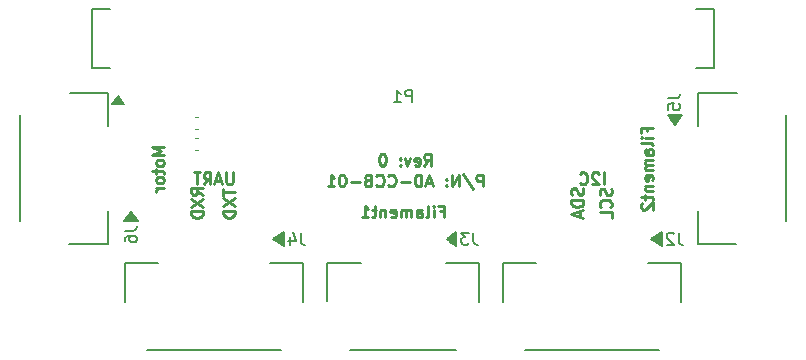
<source format=gbr>
G04 #@! TF.GenerationSoftware,KiCad,Pcbnew,(5.0.2)-1*
G04 #@! TF.CreationDate,2019-07-28T23:35:27-04:00*
G04 #@! TF.ProjectId,AD3D Cloud Connect Board,41443344-2043-46c6-9f75-6420436f6e6e,rev?*
G04 #@! TF.SameCoordinates,Original*
G04 #@! TF.FileFunction,Legend,Bot*
G04 #@! TF.FilePolarity,Positive*
%FSLAX46Y46*%
G04 Gerber Fmt 4.6, Leading zero omitted, Abs format (unit mm)*
G04 Created by KiCad (PCBNEW (5.0.2)-1) date 7/28/2019 11:35:27 PM*
%MOMM*%
%LPD*%
G01*
G04 APERTURE LIST*
%ADD10C,0.250000*%
%ADD11C,0.150000*%
%ADD12C,0.050000*%
%ADD13C,0.200000*%
%ADD14C,0.120000*%
G04 APERTURE END LIST*
D10*
X247704761Y-132685714D02*
X247752380Y-132828571D01*
X247752380Y-133066666D01*
X247704761Y-133161904D01*
X247657142Y-133209523D01*
X247561904Y-133257142D01*
X247466666Y-133257142D01*
X247371428Y-133209523D01*
X247323809Y-133161904D01*
X247276190Y-133066666D01*
X247228571Y-132876190D01*
X247180952Y-132780952D01*
X247133333Y-132733333D01*
X247038095Y-132685714D01*
X246942857Y-132685714D01*
X246847619Y-132733333D01*
X246800000Y-132780952D01*
X246752380Y-132876190D01*
X246752380Y-133114285D01*
X246800000Y-133257142D01*
X247752380Y-133685714D02*
X246752380Y-133685714D01*
X246752380Y-133923809D01*
X246800000Y-134066666D01*
X246895238Y-134161904D01*
X246990476Y-134209523D01*
X247180952Y-134257142D01*
X247323809Y-134257142D01*
X247514285Y-134209523D01*
X247609523Y-134161904D01*
X247704761Y-134066666D01*
X247752380Y-133923809D01*
X247752380Y-133685714D01*
X247466666Y-134638095D02*
X247466666Y-135114285D01*
X247752380Y-134542857D02*
X246752380Y-134876190D01*
X247752380Y-135209523D01*
X250104761Y-132709523D02*
X250152380Y-132852380D01*
X250152380Y-133090476D01*
X250104761Y-133185714D01*
X250057142Y-133233333D01*
X249961904Y-133280952D01*
X249866666Y-133280952D01*
X249771428Y-133233333D01*
X249723809Y-133185714D01*
X249676190Y-133090476D01*
X249628571Y-132900000D01*
X249580952Y-132804761D01*
X249533333Y-132757142D01*
X249438095Y-132709523D01*
X249342857Y-132709523D01*
X249247619Y-132757142D01*
X249200000Y-132804761D01*
X249152380Y-132900000D01*
X249152380Y-133138095D01*
X249200000Y-133280952D01*
X250057142Y-134280952D02*
X250104761Y-134233333D01*
X250152380Y-134090476D01*
X250152380Y-133995238D01*
X250104761Y-133852380D01*
X250009523Y-133757142D01*
X249914285Y-133709523D01*
X249723809Y-133661904D01*
X249580952Y-133661904D01*
X249390476Y-133709523D01*
X249295238Y-133757142D01*
X249200000Y-133852380D01*
X249152380Y-133995238D01*
X249152380Y-134090476D01*
X249200000Y-134233333D01*
X249247619Y-134280952D01*
X250152380Y-135185714D02*
X250152380Y-134709523D01*
X249152380Y-134709523D01*
X249476190Y-132352380D02*
X249476190Y-131352380D01*
X249047619Y-131447619D02*
X249000000Y-131400000D01*
X248904761Y-131352380D01*
X248666666Y-131352380D01*
X248571428Y-131400000D01*
X248523809Y-131447619D01*
X248476190Y-131542857D01*
X248476190Y-131638095D01*
X248523809Y-131780952D01*
X249095238Y-132352380D01*
X248476190Y-132352380D01*
X247476190Y-132257142D02*
X247523809Y-132304761D01*
X247666666Y-132352380D01*
X247761904Y-132352380D01*
X247904761Y-132304761D01*
X248000000Y-132209523D01*
X248047619Y-132114285D01*
X248095238Y-131923809D01*
X248095238Y-131780952D01*
X248047619Y-131590476D01*
X248000000Y-131495238D01*
X247904761Y-131400000D01*
X247761904Y-131352380D01*
X247666666Y-131352380D01*
X247523809Y-131400000D01*
X247476190Y-131447619D01*
X215552380Y-133233333D02*
X215076190Y-132900000D01*
X215552380Y-132661904D02*
X214552380Y-132661904D01*
X214552380Y-133042857D01*
X214600000Y-133138095D01*
X214647619Y-133185714D01*
X214742857Y-133233333D01*
X214885714Y-133233333D01*
X214980952Y-133185714D01*
X215028571Y-133138095D01*
X215076190Y-133042857D01*
X215076190Y-132661904D01*
X214552380Y-133566666D02*
X215552380Y-134233333D01*
X214552380Y-134233333D02*
X215552380Y-133566666D01*
X215552380Y-134614285D02*
X214552380Y-134614285D01*
X214552380Y-134852380D01*
X214600000Y-134995238D01*
X214695238Y-135090476D01*
X214790476Y-135138095D01*
X214980952Y-135185714D01*
X215123809Y-135185714D01*
X215314285Y-135138095D01*
X215409523Y-135090476D01*
X215504761Y-134995238D01*
X215552380Y-134852380D01*
X215552380Y-134614285D01*
X217252380Y-132738095D02*
X217252380Y-133309523D01*
X218252380Y-133023809D02*
X217252380Y-133023809D01*
X217252380Y-133547619D02*
X218252380Y-134214285D01*
X217252380Y-134214285D02*
X218252380Y-133547619D01*
X218252380Y-134595238D02*
X217252380Y-134595238D01*
X217252380Y-134833333D01*
X217300000Y-134976190D01*
X217395238Y-135071428D01*
X217490476Y-135119047D01*
X217680952Y-135166666D01*
X217823809Y-135166666D01*
X218014285Y-135119047D01*
X218109523Y-135071428D01*
X218204761Y-134976190D01*
X218252380Y-134833333D01*
X218252380Y-134595238D01*
X218095238Y-131352380D02*
X218095238Y-132161904D01*
X218047619Y-132257142D01*
X218000000Y-132304761D01*
X217904761Y-132352380D01*
X217714285Y-132352380D01*
X217619047Y-132304761D01*
X217571428Y-132257142D01*
X217523809Y-132161904D01*
X217523809Y-131352380D01*
X217095238Y-132066666D02*
X216619047Y-132066666D01*
X217190476Y-132352380D02*
X216857142Y-131352380D01*
X216523809Y-132352380D01*
X215619047Y-132352380D02*
X215952380Y-131876190D01*
X216190476Y-132352380D02*
X216190476Y-131352380D01*
X215809523Y-131352380D01*
X215714285Y-131400000D01*
X215666666Y-131447619D01*
X215619047Y-131542857D01*
X215619047Y-131685714D01*
X215666666Y-131780952D01*
X215714285Y-131828571D01*
X215809523Y-131876190D01*
X216190476Y-131876190D01*
X215333333Y-131352380D02*
X214761904Y-131352380D01*
X215047619Y-132352380D02*
X215047619Y-131352380D01*
X212252380Y-129166666D02*
X211252380Y-129166666D01*
X211966666Y-129500000D01*
X211252380Y-129833333D01*
X212252380Y-129833333D01*
X212252380Y-130452380D02*
X212204761Y-130357142D01*
X212157142Y-130309523D01*
X212061904Y-130261904D01*
X211776190Y-130261904D01*
X211680952Y-130309523D01*
X211633333Y-130357142D01*
X211585714Y-130452380D01*
X211585714Y-130595238D01*
X211633333Y-130690476D01*
X211680952Y-130738095D01*
X211776190Y-130785714D01*
X212061904Y-130785714D01*
X212157142Y-130738095D01*
X212204761Y-130690476D01*
X212252380Y-130595238D01*
X212252380Y-130452380D01*
X211585714Y-131071428D02*
X211585714Y-131452380D01*
X211252380Y-131214285D02*
X212109523Y-131214285D01*
X212204761Y-131261904D01*
X212252380Y-131357142D01*
X212252380Y-131452380D01*
X212252380Y-131928571D02*
X212204761Y-131833333D01*
X212157142Y-131785714D01*
X212061904Y-131738095D01*
X211776190Y-131738095D01*
X211680952Y-131785714D01*
X211633333Y-131833333D01*
X211585714Y-131928571D01*
X211585714Y-132071428D01*
X211633333Y-132166666D01*
X211680952Y-132214285D01*
X211776190Y-132261904D01*
X212061904Y-132261904D01*
X212157142Y-132214285D01*
X212204761Y-132166666D01*
X212252380Y-132071428D01*
X212252380Y-131928571D01*
X212252380Y-132690476D02*
X211585714Y-132690476D01*
X211776190Y-132690476D02*
X211680952Y-132738095D01*
X211633333Y-132785714D01*
X211585714Y-132880952D01*
X211585714Y-132976190D01*
X253128571Y-127880952D02*
X253128571Y-127547619D01*
X253652380Y-127547619D02*
X252652380Y-127547619D01*
X252652380Y-128023809D01*
X253652380Y-128404761D02*
X252985714Y-128404761D01*
X252652380Y-128404761D02*
X252700000Y-128357142D01*
X252747619Y-128404761D01*
X252700000Y-128452380D01*
X252652380Y-128404761D01*
X252747619Y-128404761D01*
X253652380Y-129023809D02*
X253604761Y-128928571D01*
X253509523Y-128880952D01*
X252652380Y-128880952D01*
X253652380Y-129833333D02*
X253128571Y-129833333D01*
X253033333Y-129785714D01*
X252985714Y-129690476D01*
X252985714Y-129500000D01*
X253033333Y-129404761D01*
X253604761Y-129833333D02*
X253652380Y-129738095D01*
X253652380Y-129500000D01*
X253604761Y-129404761D01*
X253509523Y-129357142D01*
X253414285Y-129357142D01*
X253319047Y-129404761D01*
X253271428Y-129500000D01*
X253271428Y-129738095D01*
X253223809Y-129833333D01*
X253652380Y-130309523D02*
X252985714Y-130309523D01*
X253080952Y-130309523D02*
X253033333Y-130357142D01*
X252985714Y-130452380D01*
X252985714Y-130595238D01*
X253033333Y-130690476D01*
X253128571Y-130738095D01*
X253652380Y-130738095D01*
X253128571Y-130738095D02*
X253033333Y-130785714D01*
X252985714Y-130880952D01*
X252985714Y-131023809D01*
X253033333Y-131119047D01*
X253128571Y-131166666D01*
X253652380Y-131166666D01*
X253604761Y-132023809D02*
X253652380Y-131928571D01*
X253652380Y-131738095D01*
X253604761Y-131642857D01*
X253509523Y-131595238D01*
X253128571Y-131595238D01*
X253033333Y-131642857D01*
X252985714Y-131738095D01*
X252985714Y-131928571D01*
X253033333Y-132023809D01*
X253128571Y-132071428D01*
X253223809Y-132071428D01*
X253319047Y-131595238D01*
X252985714Y-132500000D02*
X253652380Y-132500000D01*
X253080952Y-132500000D02*
X253033333Y-132547619D01*
X252985714Y-132642857D01*
X252985714Y-132785714D01*
X253033333Y-132880952D01*
X253128571Y-132928571D01*
X253652380Y-132928571D01*
X252985714Y-133261904D02*
X252985714Y-133642857D01*
X252652380Y-133404761D02*
X253509523Y-133404761D01*
X253604761Y-133452380D01*
X253652380Y-133547619D01*
X253652380Y-133642857D01*
X252747619Y-133928571D02*
X252700000Y-133976190D01*
X252652380Y-134071428D01*
X252652380Y-134309523D01*
X252700000Y-134404761D01*
X252747619Y-134452380D01*
X252842857Y-134500000D01*
X252938095Y-134500000D01*
X253080952Y-134452380D01*
X253652380Y-133880952D01*
X253652380Y-134500000D01*
X235619047Y-134628571D02*
X235952380Y-134628571D01*
X235952380Y-135152380D02*
X235952380Y-134152380D01*
X235476190Y-134152380D01*
X235095238Y-135152380D02*
X235095238Y-134485714D01*
X235095238Y-134152380D02*
X235142857Y-134200000D01*
X235095238Y-134247619D01*
X235047619Y-134200000D01*
X235095238Y-134152380D01*
X235095238Y-134247619D01*
X234476190Y-135152380D02*
X234571428Y-135104761D01*
X234619047Y-135009523D01*
X234619047Y-134152380D01*
X233666666Y-135152380D02*
X233666666Y-134628571D01*
X233714285Y-134533333D01*
X233809523Y-134485714D01*
X234000000Y-134485714D01*
X234095238Y-134533333D01*
X233666666Y-135104761D02*
X233761904Y-135152380D01*
X234000000Y-135152380D01*
X234095238Y-135104761D01*
X234142857Y-135009523D01*
X234142857Y-134914285D01*
X234095238Y-134819047D01*
X234000000Y-134771428D01*
X233761904Y-134771428D01*
X233666666Y-134723809D01*
X233190476Y-135152380D02*
X233190476Y-134485714D01*
X233190476Y-134580952D02*
X233142857Y-134533333D01*
X233047619Y-134485714D01*
X232904761Y-134485714D01*
X232809523Y-134533333D01*
X232761904Y-134628571D01*
X232761904Y-135152380D01*
X232761904Y-134628571D02*
X232714285Y-134533333D01*
X232619047Y-134485714D01*
X232476190Y-134485714D01*
X232380952Y-134533333D01*
X232333333Y-134628571D01*
X232333333Y-135152380D01*
X231476190Y-135104761D02*
X231571428Y-135152380D01*
X231761904Y-135152380D01*
X231857142Y-135104761D01*
X231904761Y-135009523D01*
X231904761Y-134628571D01*
X231857142Y-134533333D01*
X231761904Y-134485714D01*
X231571428Y-134485714D01*
X231476190Y-134533333D01*
X231428571Y-134628571D01*
X231428571Y-134723809D01*
X231904761Y-134819047D01*
X231000000Y-134485714D02*
X231000000Y-135152380D01*
X231000000Y-134580952D02*
X230952380Y-134533333D01*
X230857142Y-134485714D01*
X230714285Y-134485714D01*
X230619047Y-134533333D01*
X230571428Y-134628571D01*
X230571428Y-135152380D01*
X230238095Y-134485714D02*
X229857142Y-134485714D01*
X230095238Y-134152380D02*
X230095238Y-135009523D01*
X230047619Y-135104761D01*
X229952380Y-135152380D01*
X229857142Y-135152380D01*
X229000000Y-135152380D02*
X229571428Y-135152380D01*
X229285714Y-135152380D02*
X229285714Y-134152380D01*
X229380952Y-134295238D01*
X229476190Y-134390476D01*
X229571428Y-134438095D01*
X234295238Y-130777380D02*
X234628571Y-130301190D01*
X234866666Y-130777380D02*
X234866666Y-129777380D01*
X234485714Y-129777380D01*
X234390476Y-129825000D01*
X234342857Y-129872619D01*
X234295238Y-129967857D01*
X234295238Y-130110714D01*
X234342857Y-130205952D01*
X234390476Y-130253571D01*
X234485714Y-130301190D01*
X234866666Y-130301190D01*
X233485714Y-130729761D02*
X233580952Y-130777380D01*
X233771428Y-130777380D01*
X233866666Y-130729761D01*
X233914285Y-130634523D01*
X233914285Y-130253571D01*
X233866666Y-130158333D01*
X233771428Y-130110714D01*
X233580952Y-130110714D01*
X233485714Y-130158333D01*
X233438095Y-130253571D01*
X233438095Y-130348809D01*
X233914285Y-130444047D01*
X233104761Y-130110714D02*
X232866666Y-130777380D01*
X232628571Y-130110714D01*
X232247619Y-130682142D02*
X232200000Y-130729761D01*
X232247619Y-130777380D01*
X232295238Y-130729761D01*
X232247619Y-130682142D01*
X232247619Y-130777380D01*
X232247619Y-130158333D02*
X232200000Y-130205952D01*
X232247619Y-130253571D01*
X232295238Y-130205952D01*
X232247619Y-130158333D01*
X232247619Y-130253571D01*
X230819047Y-129777380D02*
X230723809Y-129777380D01*
X230628571Y-129825000D01*
X230580952Y-129872619D01*
X230533333Y-129967857D01*
X230485714Y-130158333D01*
X230485714Y-130396428D01*
X230533333Y-130586904D01*
X230580952Y-130682142D01*
X230628571Y-130729761D01*
X230723809Y-130777380D01*
X230819047Y-130777380D01*
X230914285Y-130729761D01*
X230961904Y-130682142D01*
X231009523Y-130586904D01*
X231057142Y-130396428D01*
X231057142Y-130158333D01*
X231009523Y-129967857D01*
X230961904Y-129872619D01*
X230914285Y-129825000D01*
X230819047Y-129777380D01*
X239247619Y-132527380D02*
X239247619Y-131527380D01*
X238866666Y-131527380D01*
X238771428Y-131575000D01*
X238723809Y-131622619D01*
X238676190Y-131717857D01*
X238676190Y-131860714D01*
X238723809Y-131955952D01*
X238771428Y-132003571D01*
X238866666Y-132051190D01*
X239247619Y-132051190D01*
X237533333Y-131479761D02*
X238390476Y-132765476D01*
X237200000Y-132527380D02*
X237200000Y-131527380D01*
X236628571Y-132527380D01*
X236628571Y-131527380D01*
X236152380Y-132432142D02*
X236104761Y-132479761D01*
X236152380Y-132527380D01*
X236200000Y-132479761D01*
X236152380Y-132432142D01*
X236152380Y-132527380D01*
X236152380Y-131908333D02*
X236104761Y-131955952D01*
X236152380Y-132003571D01*
X236200000Y-131955952D01*
X236152380Y-131908333D01*
X236152380Y-132003571D01*
X234961904Y-132241666D02*
X234485714Y-132241666D01*
X235057142Y-132527380D02*
X234723809Y-131527380D01*
X234390476Y-132527380D01*
X234057142Y-132527380D02*
X234057142Y-131527380D01*
X233819047Y-131527380D01*
X233676190Y-131575000D01*
X233580952Y-131670238D01*
X233533333Y-131765476D01*
X233485714Y-131955952D01*
X233485714Y-132098809D01*
X233533333Y-132289285D01*
X233580952Y-132384523D01*
X233676190Y-132479761D01*
X233819047Y-132527380D01*
X234057142Y-132527380D01*
X233057142Y-132146428D02*
X232295238Y-132146428D01*
X231247619Y-132432142D02*
X231295238Y-132479761D01*
X231438095Y-132527380D01*
X231533333Y-132527380D01*
X231676190Y-132479761D01*
X231771428Y-132384523D01*
X231819047Y-132289285D01*
X231866666Y-132098809D01*
X231866666Y-131955952D01*
X231819047Y-131765476D01*
X231771428Y-131670238D01*
X231676190Y-131575000D01*
X231533333Y-131527380D01*
X231438095Y-131527380D01*
X231295238Y-131575000D01*
X231247619Y-131622619D01*
X230247619Y-132432142D02*
X230295238Y-132479761D01*
X230438095Y-132527380D01*
X230533333Y-132527380D01*
X230676190Y-132479761D01*
X230771428Y-132384523D01*
X230819047Y-132289285D01*
X230866666Y-132098809D01*
X230866666Y-131955952D01*
X230819047Y-131765476D01*
X230771428Y-131670238D01*
X230676190Y-131575000D01*
X230533333Y-131527380D01*
X230438095Y-131527380D01*
X230295238Y-131575000D01*
X230247619Y-131622619D01*
X229485714Y-132003571D02*
X229342857Y-132051190D01*
X229295238Y-132098809D01*
X229247619Y-132194047D01*
X229247619Y-132336904D01*
X229295238Y-132432142D01*
X229342857Y-132479761D01*
X229438095Y-132527380D01*
X229819047Y-132527380D01*
X229819047Y-131527380D01*
X229485714Y-131527380D01*
X229390476Y-131575000D01*
X229342857Y-131622619D01*
X229295238Y-131717857D01*
X229295238Y-131813095D01*
X229342857Y-131908333D01*
X229390476Y-131955952D01*
X229485714Y-132003571D01*
X229819047Y-132003571D01*
X228819047Y-132146428D02*
X228057142Y-132146428D01*
X227390476Y-131527380D02*
X227295238Y-131527380D01*
X227200000Y-131575000D01*
X227152380Y-131622619D01*
X227104761Y-131717857D01*
X227057142Y-131908333D01*
X227057142Y-132146428D01*
X227104761Y-132336904D01*
X227152380Y-132432142D01*
X227200000Y-132479761D01*
X227295238Y-132527380D01*
X227390476Y-132527380D01*
X227485714Y-132479761D01*
X227533333Y-132432142D01*
X227580952Y-132336904D01*
X227628571Y-132146428D01*
X227628571Y-131908333D01*
X227580952Y-131717857D01*
X227533333Y-131622619D01*
X227485714Y-131575000D01*
X227390476Y-131527380D01*
X226104761Y-132527380D02*
X226676190Y-132527380D01*
X226390476Y-132527380D02*
X226390476Y-131527380D01*
X226485714Y-131670238D01*
X226580952Y-131765476D01*
X226676190Y-131813095D01*
D11*
G04 #@! TO.C,P1*
X207700000Y-122500000D02*
X206140000Y-122500000D01*
X206140000Y-122500000D02*
X206140000Y-117500000D01*
X206140000Y-117500000D02*
X207700000Y-117500000D01*
X257300000Y-122500000D02*
X258860000Y-122500000D01*
X258860000Y-122500000D02*
X258860000Y-117500000D01*
X258860000Y-117500000D02*
X257300000Y-117500000D01*
D12*
G36*
X208370000Y-124790000D02*
X207810000Y-125540000D01*
X208910000Y-125540000D01*
X208370000Y-124790000D01*
G37*
X208370000Y-124790000D02*
X207810000Y-125540000D01*
X208910000Y-125540000D01*
X208370000Y-124790000D01*
D13*
G04 #@! TO.C,J3*
X226100000Y-142200000D02*
X226100000Y-139000000D01*
X228900000Y-139000000D02*
X226100000Y-139000000D01*
X237000000Y-146400000D02*
X228000000Y-146400000D01*
X238900000Y-142300000D02*
X238900000Y-139000000D01*
X238900000Y-139000000D02*
X236100000Y-139000000D01*
D11*
X236200000Y-137000000D02*
X237000000Y-136400000D01*
X237000000Y-136400000D02*
X237000000Y-137600000D01*
X237000000Y-137600000D02*
X236200000Y-137000000D01*
X236900000Y-136500000D02*
X236900000Y-137500000D01*
X236800000Y-136600000D02*
X236800000Y-137400000D01*
X236700000Y-136700000D02*
X236700000Y-137300000D01*
X236600000Y-136700000D02*
X236600000Y-137300000D01*
X236500000Y-136800000D02*
X236500000Y-137200000D01*
X236400000Y-136900000D02*
X236400000Y-137100000D01*
D13*
G04 #@! TO.C,J6*
X204300000Y-124600000D02*
X207500000Y-124600000D01*
X207500000Y-127400000D02*
X207500000Y-124600000D01*
X200100000Y-135500000D02*
X200100000Y-126500000D01*
X204200000Y-137400000D02*
X207500000Y-137400000D01*
X207500000Y-137400000D02*
X207500000Y-134600000D01*
D11*
X209500000Y-134700000D02*
X210100000Y-135500000D01*
X210100000Y-135500000D02*
X208900000Y-135500000D01*
X208900000Y-135500000D02*
X209500000Y-134700000D01*
X210000000Y-135400000D02*
X209000000Y-135400000D01*
X209900000Y-135300000D02*
X209100000Y-135300000D01*
X209800000Y-135200000D02*
X209200000Y-135200000D01*
X209800000Y-135100000D02*
X209200000Y-135100000D01*
X209700000Y-135000000D02*
X209300000Y-135000000D01*
X209600000Y-134900000D02*
X209400000Y-134900000D01*
D13*
G04 #@! TO.C,J5*
X260700000Y-137400000D02*
X257500000Y-137400000D01*
X257500000Y-134600000D02*
X257500000Y-137400000D01*
X264900000Y-126500000D02*
X264900000Y-135500000D01*
X260800000Y-124600000D02*
X257500000Y-124600000D01*
X257500000Y-124600000D02*
X257500000Y-127400000D01*
D11*
X255500000Y-127300000D02*
X254900000Y-126500000D01*
X254900000Y-126500000D02*
X256100000Y-126500000D01*
X256100000Y-126500000D02*
X255500000Y-127300000D01*
X255000000Y-126600000D02*
X256000000Y-126600000D01*
X255100000Y-126700000D02*
X255900000Y-126700000D01*
X255200000Y-126800000D02*
X255800000Y-126800000D01*
X255200000Y-126900000D02*
X255800000Y-126900000D01*
X255300000Y-127000000D02*
X255700000Y-127000000D01*
X255400000Y-127100000D02*
X255600000Y-127100000D01*
G04 #@! TO.C,J2*
G36*
X253500000Y-137000000D02*
X254400000Y-136400000D01*
X254400000Y-137600000D01*
X253500000Y-137000000D01*
G37*
X253500000Y-137000000D02*
X254400000Y-136400000D01*
X254400000Y-137600000D01*
X253500000Y-137000000D01*
D13*
X254200000Y-146400000D02*
X242800000Y-146400000D01*
X256000000Y-139000000D02*
X256000000Y-142300000D01*
X241000000Y-139000000D02*
X241000000Y-142300000D01*
X256000000Y-139000000D02*
X253240000Y-139000000D01*
X241000000Y-139000000D02*
X243760000Y-139000000D01*
G04 #@! TO.C,J4*
X209000000Y-139000000D02*
X211760000Y-139000000D01*
X224000000Y-139000000D02*
X221240000Y-139000000D01*
X209000000Y-139000000D02*
X209000000Y-142300000D01*
X224000000Y-139000000D02*
X224000000Y-142300000D01*
X222200000Y-146400000D02*
X210800000Y-146400000D01*
D11*
G36*
X221500000Y-137000000D02*
X222400000Y-136400000D01*
X222400000Y-137600000D01*
X221500000Y-137000000D01*
G37*
X221500000Y-137000000D02*
X222400000Y-136400000D01*
X222400000Y-137600000D01*
X221500000Y-137000000D01*
D14*
G04 #@! TO.C,R8*
X215173779Y-129415000D02*
X214848221Y-129415000D01*
X215173779Y-128395000D02*
X214848221Y-128395000D01*
G04 #@! TO.C,R7*
X214848221Y-127637000D02*
X215173779Y-127637000D01*
X214848221Y-126617000D02*
X215173779Y-126617000D01*
G04 #@! TO.C,P1*
D11*
X233238095Y-125387380D02*
X233238095Y-124387380D01*
X232857142Y-124387380D01*
X232761904Y-124435000D01*
X232714285Y-124482619D01*
X232666666Y-124577857D01*
X232666666Y-124720714D01*
X232714285Y-124815952D01*
X232761904Y-124863571D01*
X232857142Y-124911190D01*
X233238095Y-124911190D01*
X231714285Y-125387380D02*
X232285714Y-125387380D01*
X232000000Y-125387380D02*
X232000000Y-124387380D01*
X232095238Y-124530238D01*
X232190476Y-124625476D01*
X232285714Y-124673095D01*
G04 #@! TO.C,J3*
X238433333Y-136452380D02*
X238433333Y-137166666D01*
X238480952Y-137309523D01*
X238576190Y-137404761D01*
X238719047Y-137452380D01*
X238814285Y-137452380D01*
X238052380Y-136452380D02*
X237433333Y-136452380D01*
X237766666Y-136833333D01*
X237623809Y-136833333D01*
X237528571Y-136880952D01*
X237480952Y-136928571D01*
X237433333Y-137023809D01*
X237433333Y-137261904D01*
X237480952Y-137357142D01*
X237528571Y-137404761D01*
X237623809Y-137452380D01*
X237909523Y-137452380D01*
X238004761Y-137404761D01*
X238052380Y-137357142D01*
G04 #@! TO.C,J6*
X208952380Y-136266666D02*
X209666666Y-136266666D01*
X209809523Y-136219047D01*
X209904761Y-136123809D01*
X209952380Y-135980952D01*
X209952380Y-135885714D01*
X208952380Y-137171428D02*
X208952380Y-136980952D01*
X209000000Y-136885714D01*
X209047619Y-136838095D01*
X209190476Y-136742857D01*
X209380952Y-136695238D01*
X209761904Y-136695238D01*
X209857142Y-136742857D01*
X209904761Y-136790476D01*
X209952380Y-136885714D01*
X209952380Y-137076190D01*
X209904761Y-137171428D01*
X209857142Y-137219047D01*
X209761904Y-137266666D01*
X209523809Y-137266666D01*
X209428571Y-137219047D01*
X209380952Y-137171428D01*
X209333333Y-137076190D01*
X209333333Y-136885714D01*
X209380952Y-136790476D01*
X209428571Y-136742857D01*
X209523809Y-136695238D01*
G04 #@! TO.C,J5*
X254952380Y-125066666D02*
X255666666Y-125066666D01*
X255809523Y-125019047D01*
X255904761Y-124923809D01*
X255952380Y-124780952D01*
X255952380Y-124685714D01*
X254952380Y-126019047D02*
X254952380Y-125542857D01*
X255428571Y-125495238D01*
X255380952Y-125542857D01*
X255333333Y-125638095D01*
X255333333Y-125876190D01*
X255380952Y-125971428D01*
X255428571Y-126019047D01*
X255523809Y-126066666D01*
X255761904Y-126066666D01*
X255857142Y-126019047D01*
X255904761Y-125971428D01*
X255952380Y-125876190D01*
X255952380Y-125638095D01*
X255904761Y-125542857D01*
X255857142Y-125495238D01*
G04 #@! TO.C,J2*
X255833333Y-136452380D02*
X255833333Y-137166666D01*
X255880952Y-137309523D01*
X255976190Y-137404761D01*
X256119047Y-137452380D01*
X256214285Y-137452380D01*
X255404761Y-136547619D02*
X255357142Y-136500000D01*
X255261904Y-136452380D01*
X255023809Y-136452380D01*
X254928571Y-136500000D01*
X254880952Y-136547619D01*
X254833333Y-136642857D01*
X254833333Y-136738095D01*
X254880952Y-136880952D01*
X255452380Y-137452380D01*
X254833333Y-137452380D01*
G04 #@! TO.C,J4*
X223833333Y-136452380D02*
X223833333Y-137166666D01*
X223880952Y-137309523D01*
X223976190Y-137404761D01*
X224119047Y-137452380D01*
X224214285Y-137452380D01*
X222928571Y-136785714D02*
X222928571Y-137452380D01*
X223166666Y-136404761D02*
X223404761Y-137119047D01*
X222785714Y-137119047D01*
G04 #@! TD*
M02*

</source>
